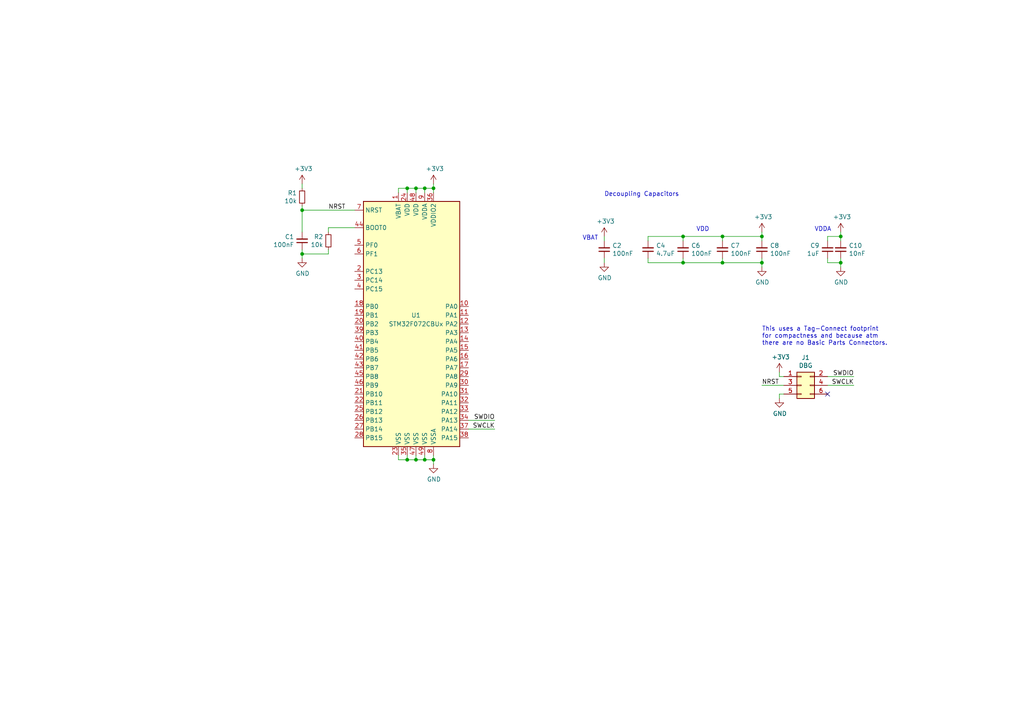
<source format=kicad_sch>
(kicad_sch (version 20211123) (generator eeschema)
  (paper "A4")
  (lib_symbols
    (symbol "Connector_Generic:Conn_02x03_Odd_Even" (pin_names (offset 1.016) hide)
      (property "Reference" "J" (at 1.27 5.08 0))
      (property "Value" "Conn_02x03_Odd_Even" (at 1.27 -5.08 0))
      (symbol "Conn_02x03_Odd_Even_1_1"
        (rectangle (start -1.27 -2.413) (end 0 -2.667) (stroke (width 0.1524)))
        (rectangle (start -1.27 0.127) (end 0 -0.127) (stroke (width 0.1524)))
        (rectangle (start -1.27 2.667) (end 0 2.413) (stroke (width 0.1524)))
        (rectangle (start -1.27 3.81) (end 3.81 -3.81) (stroke (width 0.254)) (fill (type background)))
        (rectangle (start 3.81 -2.413) (end 2.54 -2.667) (stroke (width 0.1524)))
        (rectangle (start 3.81 0.127) (end 2.54 -0.127) (stroke (width 0.1524)))
        (rectangle (start 3.81 2.667) (end 2.54 2.413) (stroke (width 0.1524)))
        (pin passive line (at -5.08 2.54 0) (length 3.81) (name "Pin_1") (number "1"))
        (pin passive line (at 7.62 2.54 180) (length 3.81) (name "Pin_2") (number "2"))
        (pin passive line (at -5.08 0 0) (length 3.81) (name "Pin_3") (number "3"))
        (pin passive line (at 7.62 0 180) (length 3.81) (name "Pin_4") (number "4"))
        (pin passive line (at -5.08 -2.54 0) (length 3.81) (name "Pin_5") (number "5"))
        (pin passive line (at 7.62 -2.54 180) (length 3.81) (name "Pin_6") (number "6"))
      )
    )
    (symbol "Device:C_Small" (pin_numbers hide) (pin_names (offset 0.254) hide)
      (property "Reference" "C" (at 0.254 1.778 0))
      (property "Value" "C_Small" (at 0.254 -2.032 0))
      (symbol "C_Small_0_1"
        (polyline (pts (xy -1.524 -0.508) (xy 1.524 -0.508)) (stroke (width 0.3302)))
        (polyline (pts (xy -1.524 0.508) (xy 1.524 0.508)) (stroke (width 0.3048)))
      )
      (symbol "C_Small_1_1"
        (pin passive line (at 0 2.54 270) (length 2.032) (name "~") (number "1"))
        (pin passive line (at 0 -2.54 90) (length 2.032) (name "~") (number "2"))
      )
    )
    (symbol "Device:R_Small" (pin_numbers hide) (pin_names (offset 0.254) hide)
      (property "Reference" "R" (at 0.762 0.508 0))
      (property "Value" "R_Small" (at 0.762 -1.016 0))
      (symbol "R_Small_0_1"
        (rectangle (start -0.762 1.778) (end 0.762 -1.778) (stroke (width 0.2032)))
      )
      (symbol "R_Small_1_1"
        (pin passive line (at 0 2.54 270) (length 0.762) (name "~") (number "1"))
        (pin passive line (at 0 -2.54 90) (length 0.762) (name "~") (number "2"))
      )
    )
    (symbol "MCU_ST_STM32F0:STM32F072CBUx"
      (property "Reference" "U" (at -15.24 36.83 0))
      (property "Value" "STM32F072CBUx" (at 7.62 36.83 0))
      (symbol "STM32F072CBUx_0_1"
        (rectangle (start -15.24 -35.56) (end 12.7 35.56) (stroke (width 0.254)) (fill (type background)))
      )
      (symbol "STM32F072CBUx_1_1"
        (pin power_in line (at -5.08 38.1 270) (length 2.54) (name "VBAT") (number "1"))
        (pin bidirectional line (at 15.24 5.08 180) (length 2.54) (name "PA0") (number "10"))
        (pin bidirectional line (at 15.24 2.54 180) (length 2.54) (name "PA1") (number "11"))
        (pin bidirectional line (at 15.24 0 180) (length 2.54) (name "PA2") (number "12"))
        (pin bidirectional line (at 15.24 -2.54 180) (length 2.54) (name "PA3") (number "13"))
        (pin bidirectional line (at 15.24 -5.08 180) (length 2.54) (name "PA4") (number "14"))
        (pin bidirectional line (at 15.24 -7.62 180) (length 2.54) (name "PA5") (number "15"))
        (pin bidirectional line (at 15.24 -10.16 180) (length 2.54) (name "PA6") (number "16"))
        (pin bidirectional line (at 15.24 -12.7 180) (length 2.54) (name "PA7") (number "17"))
        (pin bidirectional line (at -17.78 5.08 0) (length 2.54) (name "PB0") (number "18"))
        (pin bidirectional line (at -17.78 2.54 0) (length 2.54) (name "PB1") (number "19"))
        (pin bidirectional line (at -17.78 15.24 0) (length 2.54) (name "PC13") (number "2"))
        (pin bidirectional line (at -17.78 0 0) (length 2.54) (name "PB2") (number "20"))
        (pin bidirectional line (at -17.78 -20.32 0) (length 2.54) (name "PB10") (number "21"))
        (pin bidirectional line (at -17.78 -22.86 0) (length 2.54) (name "PB11") (number "22"))
        (pin power_in line (at -5.08 -38.1 90) (length 2.54) (name "VSS") (number "23"))
        (pin power_in line (at -2.54 38.1 270) (length 2.54) (name "VDD") (number "24"))
        (pin bidirectional line (at -17.78 -25.4 0) (length 2.54) (name "PB12") (number "25"))
        (pin bidirectional line (at -17.78 -27.94 0) (length 2.54) (name "PB13") (number "26"))
        (pin bidirectional line (at -17.78 -30.48 0) (length 2.54) (name "PB14") (number "27"))
        (pin bidirectional line (at -17.78 -33.02 0) (length 2.54) (name "PB15") (number "28"))
        (pin bidirectional line (at 15.24 -15.24 180) (length 2.54) (name "PA8") (number "29"))
        (pin bidirectional line (at -17.78 12.7 0) (length 2.54) (name "PC14") (number "3"))
        (pin bidirectional line (at 15.24 -17.78 180) (length 2.54) (name "PA9") (number "30"))
        (pin bidirectional line (at 15.24 -20.32 180) (length 2.54) (name "PA10") (number "31"))
        (pin bidirectional line (at 15.24 -22.86 180) (length 2.54) (name "PA11") (number "32"))
        (pin bidirectional line (at 15.24 -25.4 180) (length 2.54) (name "PA12") (number "33"))
        (pin bidirectional line (at 15.24 -27.94 180) (length 2.54) (name "PA13") (number "34"))
        (pin power_in line (at -2.54 -38.1 90) (length 2.54) (name "VSS") (number "35"))
        (pin power_in line (at 5.08 38.1 270) (length 2.54) (name "VDDIO2") (number "36"))
        (pin bidirectional line (at 15.24 -30.48 180) (length 2.54) (name "PA14") (number "37"))
        (pin bidirectional line (at 15.24 -33.02 180) (length 2.54) (name "PA15") (number "38"))
        (pin bidirectional line (at -17.78 -2.54 0) (length 2.54) (name "PB3") (number "39"))
        (pin bidirectional line (at -17.78 10.16 0) (length 2.54) (name "PC15") (number "4"))
        (pin bidirectional line (at -17.78 -5.08 0) (length 2.54) (name "PB4") (number "40"))
        (pin bidirectional line (at -17.78 -7.62 0) (length 2.54) (name "PB5") (number "41"))
        (pin bidirectional line (at -17.78 -10.16 0) (length 2.54) (name "PB6") (number "42"))
        (pin bidirectional line (at -17.78 -12.7 0) (length 2.54) (name "PB7") (number "43"))
        (pin input line (at -17.78 27.94 0) (length 2.54) (name "BOOT0") (number "44"))
        (pin bidirectional line (at -17.78 -15.24 0) (length 2.54) (name "PB8") (number "45"))
        (pin bidirectional line (at -17.78 -17.78 0) (length 2.54) (name "PB9") (number "46"))
        (pin power_in line (at 0 -38.1 90) (length 2.54) (name "VSS") (number "47"))
        (pin power_in line (at 0 38.1 270) (length 2.54) (name "VDD") (number "48"))
        (pin power_in line (at 2.54 -38.1 90) (length 2.54) (name "VSS") (number "49"))
        (pin input line (at -17.78 22.86 0) (length 2.54) (name "PF0") (number "5"))
        (pin input line (at -17.78 20.32 0) (length 2.54) (name "PF1") (number "6"))
        (pin input line (at -17.78 33.02 0) (length 2.54) (name "NRST") (number "7"))
        (pin power_in line (at 5.08 -38.1 90) (length 2.54) (name "VSSA") (number "8"))
        (pin power_in line (at 2.54 38.1 270) (length 2.54) (name "VDDA") (number "9"))
      )
    )
    (symbol "power:+3V3" (power) (pin_names (offset 0))
      (property "Value" "+3V3" (at 0 3.556 0))
      (symbol "+3V3_0_1"
        (polyline (pts (xy -0.762 1.27) (xy 0 2.54)))
        (polyline (pts (xy 0 0) (xy 0 2.54)))
        (polyline (pts (xy 0 2.54) (xy 0.762 1.27)))
      )
      (symbol "+3V3_1_1"
        (pin power_in line (at 0 0 90) (length 0) hide (name "+3V3") (number "1"))
      )
    )
    (symbol "power:GND" (power) (pin_names (offset 0))
      (property "Value" "GND" (at 0 -3.81 0))
      (symbol "GND_0_1"
        (polyline (pts (xy 0 0) (xy 0 -1.27) (xy 1.27 -1.27) (xy 0 -2.54) (xy -1.27 -1.27) (xy 0 -1.27)))
      )
      (symbol "GND_1_1"
        (pin power_in line (at 0 0 270) (length 0) hide (name "GND") (number "1"))
      )
    )
  )
  (junction (at 87.63 73.66))
  (junction (at 198.12 68.58))
  (junction (at 220.98 76.2))
  (junction (at 123.19 133.35))
  (junction (at 209.55 68.58))
  (junction (at 118.11 54.61))
  (junction (at 243.84 68.58))
  (junction (at 220.98 68.58))
  (junction (at 243.84 76.2))
  (junction (at 209.55 76.2))
  (junction (at 120.65 54.61))
  (junction (at 125.73 54.61))
  (junction (at 123.19 54.61))
  (junction (at 118.11 133.35))
  (junction (at 87.63 60.96))
  (junction (at 125.73 133.35))
  (junction (at 198.12 76.2))
  (junction (at 120.65 133.35))
  (no_connect (at 240.03 114.3))
  (wire (pts (xy 120.65 133.35) (xy 118.11 133.35)))
  (wire (pts (xy 220.98 111.76) (xy 227.33 111.76)))
  (wire (pts (xy 187.96 68.58) (xy 187.96 69.85)))
  (wire (pts (xy 209.55 74.93) (xy 209.55 76.2)))
  (wire (pts (xy 226.06 109.22) (xy 227.33 109.22)))
  (wire (pts (xy 198.12 68.58) (xy 187.96 68.58)))
  (wire (pts (xy 125.73 132.08) (xy 125.73 133.35)))
  (wire (pts (xy 209.55 76.2) (xy 198.12 76.2)))
  (wire (pts (xy 120.65 54.61) (xy 118.11 54.61)))
  (wire (pts (xy 220.98 76.2) (xy 220.98 77.47)))
  (wire (pts (xy 209.55 69.85) (xy 209.55 68.58)))
  (wire (pts (xy 123.19 55.88) (xy 123.19 54.61)))
  (wire (pts (xy 118.11 55.88) (xy 118.11 54.61)))
  (wire (pts (xy 118.11 133.35) (xy 115.57 133.35)))
  (wire (pts (xy 123.19 132.08) (xy 123.19 133.35)))
  (wire (pts (xy 95.25 72.39) (xy 95.25 73.66)))
  (wire (pts (xy 125.73 133.35) (xy 123.19 133.35)))
  (wire (pts (xy 143.51 121.92) (xy 135.89 121.92)))
  (wire (pts (xy 247.65 109.22) (xy 240.03 109.22)))
  (wire (pts (xy 87.63 60.96) (xy 87.63 67.31)))
  (wire (pts (xy 95.25 73.66) (xy 87.63 73.66)))
  (wire (pts (xy 220.98 69.85) (xy 220.98 68.58)))
  (wire (pts (xy 118.11 132.08) (xy 118.11 133.35)))
  (wire (pts (xy 220.98 76.2) (xy 209.55 76.2)))
  (wire (pts (xy 118.11 54.61) (xy 115.57 54.61)))
  (wire (pts (xy 220.98 68.58) (xy 220.98 67.31)))
  (wire (pts (xy 240.03 68.58) (xy 240.03 69.85)))
  (wire (pts (xy 87.63 73.66) (xy 87.63 74.93)))
  (wire (pts (xy 240.03 111.76) (xy 247.65 111.76)))
  (wire (pts (xy 102.87 60.96) (xy 87.63 60.96)))
  (wire (pts (xy 95.25 66.04) (xy 95.25 67.31)))
  (wire (pts (xy 87.63 73.66) (xy 87.63 72.39)))
  (wire (pts (xy 175.26 68.58) (xy 175.26 69.85)))
  (wire (pts (xy 220.98 68.58) (xy 209.55 68.58)))
  (wire (pts (xy 243.84 74.93) (xy 243.84 76.2)))
  (wire (pts (xy 120.65 133.35) (xy 120.65 132.08)))
  (wire (pts (xy 243.84 68.58) (xy 240.03 68.58)))
  (wire (pts (xy 198.12 69.85) (xy 198.12 68.58)))
  (wire (pts (xy 243.84 76.2) (xy 243.84 77.47)))
  (wire (pts (xy 226.06 114.3) (xy 227.33 114.3)))
  (wire (pts (xy 198.12 76.2) (xy 187.96 76.2)))
  (wire (pts (xy 123.19 54.61) (xy 120.65 54.61)))
  (wire (pts (xy 243.84 69.85) (xy 243.84 68.58)))
  (wire (pts (xy 187.96 76.2) (xy 187.96 74.93)))
  (wire (pts (xy 125.73 133.35) (xy 125.73 134.62)))
  (wire (pts (xy 226.06 115.57) (xy 226.06 114.3)))
  (wire (pts (xy 243.84 76.2) (xy 240.03 76.2)))
  (wire (pts (xy 209.55 68.58) (xy 198.12 68.58)))
  (wire (pts (xy 115.57 133.35) (xy 115.57 132.08)))
  (wire (pts (xy 123.19 133.35) (xy 120.65 133.35)))
  (wire (pts (xy 240.03 76.2) (xy 240.03 74.93)))
  (wire (pts (xy 125.73 53.34) (xy 125.73 54.61)))
  (wire (pts (xy 198.12 74.93) (xy 198.12 76.2)))
  (wire (pts (xy 115.57 54.61) (xy 115.57 55.88)))
  (wire (pts (xy 175.26 74.93) (xy 175.26 76.2)))
  (wire (pts (xy 125.73 54.61) (xy 123.19 54.61)))
  (wire (pts (xy 102.87 66.04) (xy 95.25 66.04)))
  (wire (pts (xy 135.89 124.46) (xy 143.51 124.46)))
  (wire (pts (xy 125.73 54.61) (xy 125.73 55.88)))
  (wire (pts (xy 120.65 55.88) (xy 120.65 54.61)))
  (wire (pts (xy 220.98 74.93) (xy 220.98 76.2)))
  (wire (pts (xy 87.63 59.69) (xy 87.63 60.96)))
  (wire (pts (xy 243.84 68.58) (xy 243.84 67.31)))
  (wire (pts (xy 226.06 107.95) (xy 226.06 109.22)))
  (wire (pts (xy 87.63 53.34) (xy 87.63 54.61)))
  (text "VDDA" (at 236.22 67.31 0) (effects (font (size 1.27 1.27)) (justify left bottom)))
  (text "VBAT" (at 168.91 69.85 0) (effects (font (size 1.27 1.27)) (justify left bottom)))
  (text "VDD" (at 201.93 67.31 0) (effects (font (size 1.27 1.27)) (justify left bottom)))
  (text "Decoupling Capacitors" (at 175.26 57.15 0) (effects (font (size 1.27 1.27)) (justify left bottom)))
  (text "This uses a Tag-Connect footprint\nfor compactness and because atm\nthere are no Basic Parts Connectors." (at 220.98 100.33 0) (effects (font (size 1.27 1.27)) (justify left bottom)))
  (label "NRST" (at 95.25 60.96 0))
  (label "SWCLK" (at 247.65 111.76 180))
  (label "SWDIO" (at 143.51 121.92 180))
  (label "NRST" (at 220.98 111.76 0))
  (label "SWCLK" (at 143.51 124.46 180))
  (label "SWDIO" (at 247.65 109.22 180))
  (symbol (lib_id "Device:C_Small") (at 87.63 69.85 180) (unit 1)
    (property "Reference" "C1" (at 85.3186 68.6816 0) (effects (justify left)))
    (property "Value" "100nF" (at 85.3186 70.993 0) (effects (justify left)))
    (property "Footprint" "Capacitor_SMD:C_0402_1005Metric" (effects hide))
    (property "JLC" "0402" (effects hide))
    (property "LCSC" "C1525" (effects hide))
  )
  (symbol (lib_id "power:GND") (at 87.63 74.93 0) (unit 1)
    (property "Reference" "#PWR02" (effects hide))
    (property "Value" "GND" (at 87.757 79.3242 0))
  )
  (symbol (lib_id "Device:C_Small") (at 243.84 72.39 180) (unit 1)
    (property "Reference" "C10" (at 246.1768 71.2216 0) (effects (justify right)))
    (property "Value" "10nF" (at 246.1768 73.533 0) (effects (justify right)))
    (property "Footprint" "Capacitor_SMD:C_0402_1005Metric" (effects hide))
    (property "JLC" "0402" (effects hide))
    (property "LCSC" "C15195" (effects hide))
  )
  (symbol (lib_id "power:GND") (at 243.84 77.47 0) (unit 1)
    (property "Reference" "#PWR014" (effects hide))
    (property "Value" "GND" (at 243.967 81.8642 0))
  )
  (symbol (lib_id "Device:C_Small") (at 240.03 72.39 180) (unit 1)
    (property "Reference" "C9" (at 237.6932 71.2216 0) (effects (justify left)))
    (property "Value" "1uF" (at 237.6932 73.533 0) (effects (justify left)))
    (property "Footprint" "Capacitor_SMD:C_0402_1005Metric" (effects hide))
    (property "JLC" "0402" (effects hide))
    (property "LCSC" "C52923" (effects hide))
  )
  (symbol (lib_id "power:+3V3") (at 243.84 67.31 0) (unit 1)
    (property "Reference" "#PWR013" (effects hide))
    (property "Value" "+3V3" (at 244.221 62.9158 0))
  )
  (symbol (lib_id "Device:C_Small") (at 187.96 72.39 180) (unit 1)
    (property "Reference" "C4" (at 190.2968 71.2216 0) (effects (justify right)))
    (property "Value" "4.7uF" (at 190.2968 73.533 0) (effects (justify right)))
    (property "Footprint" "Capacitor_SMD:C_0402_1005Metric" (effects hide))
    (property "JLC" "0402" (effects hide))
    (property "LCSC" "C23733" (effects hide))
  )
  (symbol (lib_id "Device:C_Small") (at 198.12 72.39 180) (unit 1)
    (property "Reference" "C6" (at 200.4568 71.2216 0) (effects (justify right)))
    (property "Value" "100nF" (at 200.4568 73.533 0) (effects (justify right)))
    (property "Footprint" "Capacitor_SMD:C_0402_1005Metric" (effects hide))
    (property "JLC" "0402" (effects hide))
    (property "LCSC" "C1525" (effects hide))
  )
  (symbol (lib_id "Device:C_Small") (at 209.55 72.39 180) (unit 1)
    (property "Reference" "C7" (at 211.8868 71.2216 0) (effects (justify right)))
    (property "Value" "100nF" (at 211.8868 73.533 0) (effects (justify right)))
    (property "Footprint" "Capacitor_SMD:C_0402_1005Metric" (effects hide))
    (property "JLC" "0402" (effects hide))
    (property "LCSC" "C1525" (effects hide))
  )
  (symbol (lib_id "Device:C_Small") (at 220.98 72.39 180) (unit 1)
    (property "Reference" "C8" (at 223.3168 71.2216 0) (effects (justify right)))
    (property "Value" "100nF" (at 223.3168 73.533 0) (effects (justify right)))
    (property "Footprint" "Capacitor_SMD:C_0402_1005Metric" (effects hide))
    (property "JLC" "0402" (effects hide))
    (property "LCSC" "C1525" (effects hide))
  )
  (symbol (lib_id "power:GND") (at 220.98 77.47 0) (unit 1)
    (property "Reference" "#PWR010" (effects hide))
    (property "Value" "GND" (at 221.107 81.8642 0))
  )
  (symbol (lib_id "power:+3V3") (at 220.98 67.31 0) (unit 1)
    (property "Reference" "#PWR09" (effects hide))
    (property "Value" "+3V3" (at 221.361 62.9158 0))
  )
  (symbol (lib_id "MCU_ST_STM32F0:STM32F072CBUx") (at 120.65 93.98 0) (unit 1)
    (property "Reference" "U1" (at 120.65 91.44 0))
    (property "Value" "STM32F072CBUx" (at 120.65 93.98 0))
    (property "Footprint" "Package_DFN_QFN:QFN-48-1EP_7x7mm_P0.5mm_EP5.6x5.6mm" (effects hide))
    (property "Datasheet" "http://www.st.com/st-web-ui/static/active/en/resource/technical/document/datasheet/DM00090510.pdf" (effects hide))
    (property "JLC" "UFQFPN-48_EP_7.0x7.0x0.5P" (effects hide))
    (property "LCSC" "C92504" (effects hide))
  )
  (symbol (lib_id "Device:C_Small") (at 175.26 72.39 180) (unit 1)
    (property "Reference" "C2" (at 177.5968 71.2216 0) (effects (justify right)))
    (property "Value" "100nF" (at 177.5968 73.533 0) (effects (justify right)))
    (property "Footprint" "Capacitor_SMD:C_0402_1005Metric" (effects hide))
    (property "JLC" "0402" (effects hide))
    (property "LCSC" "C1525" (effects hide))
  )
  (symbol (lib_id "power:GND") (at 175.26 76.2 0) (unit 1)
    (property "Reference" "#PWR06" (effects hide))
    (property "Value" "GND" (at 175.387 80.5942 0))
  )
  (symbol (lib_id "power:+3V3") (at 175.26 68.58 0) (unit 1)
    (property "Reference" "#PWR05" (effects hide))
    (property "Value" "+3V3" (at 175.641 64.1858 0))
  )
  (symbol (lib_id "power:+3V3") (at 125.73 53.34 0) (unit 1)
    (property "Reference" "#PWR04" (effects hide))
    (property "Value" "+3V3" (at 126.111 48.9458 0))
  )
  (symbol (lib_id "Device:R_Small") (at 95.25 69.85 0) (unit 1)
    (property "Reference" "R2" (at 93.7514 68.6816 0) (effects (justify right)))
    (property "Value" "10k" (at 93.7514 70.993 0) (effects (justify right)))
    (property "Footprint" "Resistor_SMD:R_0402_1005Metric" (effects hide))
    (property "JLC" "0402" (effects hide))
    (property "LCSC" "C25744" (effects hide))
  )
  (symbol (lib_id "power:GND") (at 125.73 134.62 0) (unit 1)
    (property "Reference" "#PWR03" (effects hide))
    (property "Value" "GND" (at 125.857 139.0142 0))
  )
  (symbol (lib_id "Connector_Generic:Conn_02x03_Odd_Even") (at 232.41 111.76 0) (unit 1)
    (property "Reference" "J1" (at 233.68 103.7082 0))
    (property "Value" "DBG" (at 233.68 106.0196 0))
    (property "Footprint" "Connector:Tag-Connect_TC2030-IDC-NL_2x03_P1.27mm_Vertical" (effects hide))
    (property "MPN" "DNP" (effects hide))
  )
  (symbol (lib_id "power:+3V3") (at 226.06 107.95 0) (unit 1)
    (property "Reference" "#PWR011" (effects hide))
    (property "Value" "+3V3" (at 226.441 103.5558 0))
  )
  (symbol (lib_id "power:GND") (at 226.06 115.57 0) (unit 1)
    (property "Reference" "#PWR012" (effects hide))
    (property "Value" "GND" (at 226.187 119.9642 0))
  )
  (symbol (lib_id "Device:R_Small") (at 87.63 57.15 0) (unit 1)
    (property "Reference" "R1" (at 86.1314 55.9816 0) (effects (justify right)))
    (property "Value" "10k" (at 86.1314 58.293 0) (effects (justify right)))
    (property "Footprint" "Resistor_SMD:R_0402_1005Metric" (effects hide))
    (property "JLC" "0402" (effects hide))
    (property "LCSC" "C25744" (effects hide))
  )
  (symbol (lib_id "power:+3V3") (at 87.63 53.34 0) (unit 1)
    (property "Reference" "#PWR01" (effects hide))
    (property "Value" "+3V3" (at 88.011 48.9458 0))
  )
)
</source>
